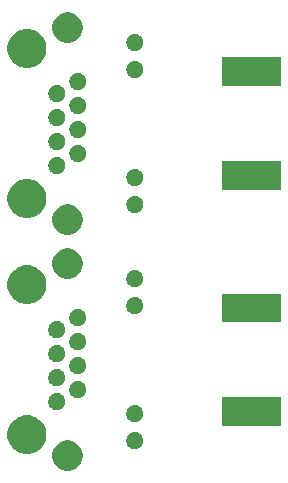
<source format=gbs>
G04 #@! TF.GenerationSoftware,KiCad,Pcbnew,6.0.0-rc1-unknown-106eaaa~84~ubuntu18.04.1*
G04 #@! TF.CreationDate,2018-12-01T20:38:30+00:00*
G04 #@! TF.ProjectId,interposer,696e7465-7270-46f7-9365-722e6b696361,rev?*
G04 #@! TF.SameCoordinates,Original*
G04 #@! TF.FileFunction,Soldermask,Bot*
G04 #@! TF.FilePolarity,Negative*
%FSLAX46Y46*%
G04 Gerber Fmt 4.6, Leading zero omitted, Abs format (unit mm)*
G04 Created by KiCad (PCBNEW 6.0.0-rc1-unknown-106eaaa~84~ubuntu18.04.1) date Sat 01 Dec 2018 20:38:30 GMT*
%MOMM*%
%LPD*%
G01*
G04 APERTURE LIST*
%ADD10C,0.100000*%
G04 APERTURE END LIST*
D10*
G36*
X103805277Y-126887573D02*
X104040045Y-126984817D01*
X104251330Y-127125993D01*
X104431007Y-127305670D01*
X104572183Y-127516955D01*
X104669427Y-127751723D01*
X104719000Y-128000945D01*
X104719000Y-128255055D01*
X104669427Y-128504277D01*
X104572183Y-128739045D01*
X104431007Y-128950330D01*
X104251330Y-129130007D01*
X104040045Y-129271183D01*
X103805277Y-129368427D01*
X103556055Y-129418000D01*
X103301945Y-129418000D01*
X103052723Y-129368427D01*
X102817955Y-129271183D01*
X102606670Y-129130007D01*
X102426993Y-128950330D01*
X102285817Y-128739045D01*
X102188573Y-128504277D01*
X102139000Y-128255055D01*
X102139000Y-128000945D01*
X102188573Y-127751723D01*
X102285817Y-127516955D01*
X102426993Y-127305670D01*
X102606670Y-127125993D01*
X102817955Y-126984817D01*
X103052723Y-126887573D01*
X103301945Y-126838000D01*
X103556055Y-126838000D01*
X103805277Y-126887573D01*
X103805277Y-126887573D01*
G37*
G36*
X100480001Y-124767639D02*
X100480003Y-124767640D01*
X100480004Y-124767640D01*
X100590631Y-124813463D01*
X100779485Y-124891689D01*
X101049012Y-125071781D01*
X101278219Y-125300988D01*
X101458311Y-125570515D01*
X101582361Y-125869999D01*
X101645600Y-126187921D01*
X101645600Y-126512079D01*
X101582361Y-126830001D01*
X101458311Y-127129485D01*
X101278219Y-127399012D01*
X101049012Y-127628219D01*
X100779485Y-127808311D01*
X100590631Y-127886537D01*
X100480004Y-127932360D01*
X100480003Y-127932360D01*
X100480001Y-127932361D01*
X100162079Y-127995600D01*
X99837921Y-127995600D01*
X99519999Y-127932361D01*
X99519997Y-127932360D01*
X99519996Y-127932360D01*
X99409369Y-127886537D01*
X99220515Y-127808311D01*
X98950988Y-127628219D01*
X98721781Y-127399012D01*
X98541689Y-127129485D01*
X98417639Y-126830001D01*
X98354400Y-126512079D01*
X98354400Y-126187921D01*
X98417639Y-125869999D01*
X98541689Y-125570515D01*
X98721781Y-125300988D01*
X98950988Y-125071781D01*
X99220515Y-124891689D01*
X99409369Y-124813463D01*
X99519996Y-124767640D01*
X99519997Y-124767640D01*
X99519999Y-124767639D01*
X99837921Y-124704400D01*
X100162079Y-124704400D01*
X100480001Y-124767639D01*
X100480001Y-124767639D01*
G37*
G36*
X109354015Y-126165668D02*
X109485049Y-126219944D01*
X109602975Y-126298740D01*
X109703260Y-126399025D01*
X109782056Y-126516951D01*
X109836332Y-126647985D01*
X109864000Y-126787085D01*
X109864000Y-126928915D01*
X109836332Y-127068015D01*
X109782056Y-127199049D01*
X109703260Y-127316975D01*
X109602975Y-127417260D01*
X109485049Y-127496056D01*
X109354015Y-127550332D01*
X109214915Y-127578000D01*
X109073085Y-127578000D01*
X108933985Y-127550332D01*
X108802951Y-127496056D01*
X108685025Y-127417260D01*
X108584740Y-127316975D01*
X108505944Y-127199049D01*
X108451668Y-127068015D01*
X108424000Y-126928915D01*
X108424000Y-126787085D01*
X108451668Y-126647985D01*
X108505944Y-126516951D01*
X108584740Y-126399025D01*
X108685025Y-126298740D01*
X108802951Y-126219944D01*
X108933985Y-126165668D01*
X109073085Y-126138000D01*
X109214915Y-126138000D01*
X109354015Y-126165668D01*
X109354015Y-126165668D01*
G37*
G36*
X121520000Y-125595000D02*
X116480000Y-125595000D01*
X116480000Y-123155000D01*
X121520000Y-123155000D01*
X121520000Y-125595000D01*
X121520000Y-125595000D01*
G37*
G36*
X109354015Y-123879668D02*
X109485049Y-123933944D01*
X109602975Y-124012740D01*
X109703260Y-124113025D01*
X109782056Y-124230951D01*
X109836332Y-124361985D01*
X109864000Y-124501085D01*
X109864000Y-124642915D01*
X109836332Y-124782015D01*
X109782056Y-124913049D01*
X109703260Y-125030975D01*
X109602975Y-125131260D01*
X109485049Y-125210056D01*
X109354015Y-125264332D01*
X109214915Y-125292000D01*
X109073085Y-125292000D01*
X108933985Y-125264332D01*
X108802951Y-125210056D01*
X108685025Y-125131260D01*
X108584740Y-125030975D01*
X108505944Y-124913049D01*
X108451668Y-124782015D01*
X108424000Y-124642915D01*
X108424000Y-124501085D01*
X108451668Y-124361985D01*
X108505944Y-124230951D01*
X108584740Y-124113025D01*
X108685025Y-124012740D01*
X108802951Y-123933944D01*
X108933985Y-123879668D01*
X109073085Y-123852000D01*
X109214915Y-123852000D01*
X109354015Y-123879668D01*
X109354015Y-123879668D01*
G37*
G36*
X102750015Y-122863668D02*
X102881049Y-122917944D01*
X102998975Y-122996740D01*
X103099260Y-123097025D01*
X103178056Y-123214951D01*
X103232332Y-123345985D01*
X103260000Y-123485085D01*
X103260000Y-123626915D01*
X103232332Y-123766015D01*
X103178056Y-123897049D01*
X103099260Y-124014975D01*
X102998975Y-124115260D01*
X102881049Y-124194056D01*
X102750015Y-124248332D01*
X102610915Y-124276000D01*
X102469085Y-124276000D01*
X102329985Y-124248332D01*
X102198951Y-124194056D01*
X102081025Y-124115260D01*
X101980740Y-124014975D01*
X101901944Y-123897049D01*
X101847668Y-123766015D01*
X101820000Y-123626915D01*
X101820000Y-123485085D01*
X101847668Y-123345985D01*
X101901944Y-123214951D01*
X101980740Y-123097025D01*
X102081025Y-122996740D01*
X102198951Y-122917944D01*
X102329985Y-122863668D01*
X102469085Y-122836000D01*
X102610915Y-122836000D01*
X102750015Y-122863668D01*
X102750015Y-122863668D01*
G37*
G36*
X104528015Y-121847668D02*
X104659049Y-121901944D01*
X104776975Y-121980740D01*
X104877260Y-122081025D01*
X104956056Y-122198951D01*
X105010332Y-122329985D01*
X105038000Y-122469085D01*
X105038000Y-122610915D01*
X105010332Y-122750015D01*
X104956056Y-122881049D01*
X104877260Y-122998975D01*
X104776975Y-123099260D01*
X104659049Y-123178056D01*
X104528015Y-123232332D01*
X104388915Y-123260000D01*
X104247085Y-123260000D01*
X104107985Y-123232332D01*
X103976951Y-123178056D01*
X103859025Y-123099260D01*
X103758740Y-122998975D01*
X103679944Y-122881049D01*
X103625668Y-122750015D01*
X103598000Y-122610915D01*
X103598000Y-122469085D01*
X103625668Y-122329985D01*
X103679944Y-122198951D01*
X103758740Y-122081025D01*
X103859025Y-121980740D01*
X103976951Y-121901944D01*
X104107985Y-121847668D01*
X104247085Y-121820000D01*
X104388915Y-121820000D01*
X104528015Y-121847668D01*
X104528015Y-121847668D01*
G37*
G36*
X102750015Y-120831668D02*
X102881049Y-120885944D01*
X102998975Y-120964740D01*
X103099260Y-121065025D01*
X103178056Y-121182951D01*
X103232332Y-121313985D01*
X103260000Y-121453085D01*
X103260000Y-121594915D01*
X103232332Y-121734015D01*
X103178056Y-121865049D01*
X103099260Y-121982975D01*
X102998975Y-122083260D01*
X102881049Y-122162056D01*
X102750015Y-122216332D01*
X102610915Y-122244000D01*
X102469085Y-122244000D01*
X102329985Y-122216332D01*
X102198951Y-122162056D01*
X102081025Y-122083260D01*
X101980740Y-121982975D01*
X101901944Y-121865049D01*
X101847668Y-121734015D01*
X101820000Y-121594915D01*
X101820000Y-121453085D01*
X101847668Y-121313985D01*
X101901944Y-121182951D01*
X101980740Y-121065025D01*
X102081025Y-120964740D01*
X102198951Y-120885944D01*
X102329985Y-120831668D01*
X102469085Y-120804000D01*
X102610915Y-120804000D01*
X102750015Y-120831668D01*
X102750015Y-120831668D01*
G37*
G36*
X104528015Y-119815668D02*
X104659049Y-119869944D01*
X104776975Y-119948740D01*
X104877260Y-120049025D01*
X104956056Y-120166951D01*
X105010332Y-120297985D01*
X105038000Y-120437085D01*
X105038000Y-120578915D01*
X105010332Y-120718015D01*
X104956056Y-120849049D01*
X104877260Y-120966975D01*
X104776975Y-121067260D01*
X104659049Y-121146056D01*
X104528015Y-121200332D01*
X104388915Y-121228000D01*
X104247085Y-121228000D01*
X104107985Y-121200332D01*
X103976951Y-121146056D01*
X103859025Y-121067260D01*
X103758740Y-120966975D01*
X103679944Y-120849049D01*
X103625668Y-120718015D01*
X103598000Y-120578915D01*
X103598000Y-120437085D01*
X103625668Y-120297985D01*
X103679944Y-120166951D01*
X103758740Y-120049025D01*
X103859025Y-119948740D01*
X103976951Y-119869944D01*
X104107985Y-119815668D01*
X104247085Y-119788000D01*
X104388915Y-119788000D01*
X104528015Y-119815668D01*
X104528015Y-119815668D01*
G37*
G36*
X102750015Y-118799668D02*
X102881049Y-118853944D01*
X102998975Y-118932740D01*
X103099260Y-119033025D01*
X103178056Y-119150951D01*
X103232332Y-119281985D01*
X103260000Y-119421085D01*
X103260000Y-119562915D01*
X103232332Y-119702015D01*
X103178056Y-119833049D01*
X103099260Y-119950975D01*
X102998975Y-120051260D01*
X102881049Y-120130056D01*
X102750015Y-120184332D01*
X102610915Y-120212000D01*
X102469085Y-120212000D01*
X102329985Y-120184332D01*
X102198951Y-120130056D01*
X102081025Y-120051260D01*
X101980740Y-119950975D01*
X101901944Y-119833049D01*
X101847668Y-119702015D01*
X101820000Y-119562915D01*
X101820000Y-119421085D01*
X101847668Y-119281985D01*
X101901944Y-119150951D01*
X101980740Y-119033025D01*
X102081025Y-118932740D01*
X102198951Y-118853944D01*
X102329985Y-118799668D01*
X102469085Y-118772000D01*
X102610915Y-118772000D01*
X102750015Y-118799668D01*
X102750015Y-118799668D01*
G37*
G36*
X104528015Y-117783668D02*
X104659049Y-117837944D01*
X104776975Y-117916740D01*
X104877260Y-118017025D01*
X104956056Y-118134951D01*
X105010332Y-118265985D01*
X105038000Y-118405085D01*
X105038000Y-118546915D01*
X105010332Y-118686015D01*
X104956056Y-118817049D01*
X104877260Y-118934975D01*
X104776975Y-119035260D01*
X104659049Y-119114056D01*
X104528015Y-119168332D01*
X104388915Y-119196000D01*
X104247085Y-119196000D01*
X104107985Y-119168332D01*
X103976951Y-119114056D01*
X103859025Y-119035260D01*
X103758740Y-118934975D01*
X103679944Y-118817049D01*
X103625668Y-118686015D01*
X103598000Y-118546915D01*
X103598000Y-118405085D01*
X103625668Y-118265985D01*
X103679944Y-118134951D01*
X103758740Y-118017025D01*
X103859025Y-117916740D01*
X103976951Y-117837944D01*
X104107985Y-117783668D01*
X104247085Y-117756000D01*
X104388915Y-117756000D01*
X104528015Y-117783668D01*
X104528015Y-117783668D01*
G37*
G36*
X102750015Y-116767668D02*
X102881049Y-116821944D01*
X102998975Y-116900740D01*
X103099260Y-117001025D01*
X103178056Y-117118951D01*
X103232332Y-117249985D01*
X103260000Y-117389085D01*
X103260000Y-117530915D01*
X103232332Y-117670015D01*
X103178056Y-117801049D01*
X103099260Y-117918975D01*
X102998975Y-118019260D01*
X102881049Y-118098056D01*
X102750015Y-118152332D01*
X102610915Y-118180000D01*
X102469085Y-118180000D01*
X102329985Y-118152332D01*
X102198951Y-118098056D01*
X102081025Y-118019260D01*
X101980740Y-117918975D01*
X101901944Y-117801049D01*
X101847668Y-117670015D01*
X101820000Y-117530915D01*
X101820000Y-117389085D01*
X101847668Y-117249985D01*
X101901944Y-117118951D01*
X101980740Y-117001025D01*
X102081025Y-116900740D01*
X102198951Y-116821944D01*
X102329985Y-116767668D01*
X102469085Y-116740000D01*
X102610915Y-116740000D01*
X102750015Y-116767668D01*
X102750015Y-116767668D01*
G37*
G36*
X104528015Y-115751668D02*
X104659049Y-115805944D01*
X104776975Y-115884740D01*
X104877260Y-115985025D01*
X104956056Y-116102951D01*
X105010332Y-116233985D01*
X105038000Y-116373085D01*
X105038000Y-116514915D01*
X105010332Y-116654015D01*
X104956056Y-116785049D01*
X104877260Y-116902975D01*
X104776975Y-117003260D01*
X104659049Y-117082056D01*
X104528015Y-117136332D01*
X104388915Y-117164000D01*
X104247085Y-117164000D01*
X104107985Y-117136332D01*
X103976951Y-117082056D01*
X103859025Y-117003260D01*
X103758740Y-116902975D01*
X103679944Y-116785049D01*
X103625668Y-116654015D01*
X103598000Y-116514915D01*
X103598000Y-116373085D01*
X103625668Y-116233985D01*
X103679944Y-116102951D01*
X103758740Y-115985025D01*
X103859025Y-115884740D01*
X103976951Y-115805944D01*
X104107985Y-115751668D01*
X104247085Y-115724000D01*
X104388915Y-115724000D01*
X104528015Y-115751668D01*
X104528015Y-115751668D01*
G37*
G36*
X121520000Y-116845000D02*
X116480000Y-116845000D01*
X116480000Y-114405000D01*
X121520000Y-114405000D01*
X121520000Y-116845000D01*
X121520000Y-116845000D01*
G37*
G36*
X109354015Y-114735668D02*
X109485049Y-114789944D01*
X109602975Y-114868740D01*
X109703260Y-114969025D01*
X109782056Y-115086951D01*
X109836332Y-115217985D01*
X109864000Y-115357085D01*
X109864000Y-115498915D01*
X109836332Y-115638015D01*
X109782056Y-115769049D01*
X109703260Y-115886975D01*
X109602975Y-115987260D01*
X109485049Y-116066056D01*
X109354015Y-116120332D01*
X109214915Y-116148000D01*
X109073085Y-116148000D01*
X108933985Y-116120332D01*
X108802951Y-116066056D01*
X108685025Y-115987260D01*
X108584740Y-115886975D01*
X108505944Y-115769049D01*
X108451668Y-115638015D01*
X108424000Y-115498915D01*
X108424000Y-115357085D01*
X108451668Y-115217985D01*
X108505944Y-115086951D01*
X108584740Y-114969025D01*
X108685025Y-114868740D01*
X108802951Y-114789944D01*
X108933985Y-114735668D01*
X109073085Y-114708000D01*
X109214915Y-114708000D01*
X109354015Y-114735668D01*
X109354015Y-114735668D01*
G37*
G36*
X100480001Y-112067639D02*
X100480003Y-112067640D01*
X100480004Y-112067640D01*
X100590631Y-112113463D01*
X100779485Y-112191689D01*
X101049012Y-112371781D01*
X101278219Y-112600988D01*
X101458311Y-112870515D01*
X101582361Y-113169999D01*
X101645600Y-113487921D01*
X101645600Y-113812079D01*
X101582361Y-114130001D01*
X101458311Y-114429485D01*
X101278219Y-114699012D01*
X101049012Y-114928219D01*
X100779485Y-115108311D01*
X100590631Y-115186537D01*
X100480004Y-115232360D01*
X100480003Y-115232360D01*
X100480001Y-115232361D01*
X100162079Y-115295600D01*
X99837921Y-115295600D01*
X99519999Y-115232361D01*
X99519997Y-115232360D01*
X99519996Y-115232360D01*
X99409369Y-115186537D01*
X99220515Y-115108311D01*
X98950988Y-114928219D01*
X98721781Y-114699012D01*
X98541689Y-114429485D01*
X98417639Y-114130001D01*
X98354400Y-113812079D01*
X98354400Y-113487921D01*
X98417639Y-113169999D01*
X98541689Y-112870515D01*
X98721781Y-112600988D01*
X98950988Y-112371781D01*
X99220515Y-112191689D01*
X99409369Y-112113463D01*
X99519996Y-112067640D01*
X99519997Y-112067640D01*
X99519999Y-112067639D01*
X99837921Y-112004400D01*
X100162079Y-112004400D01*
X100480001Y-112067639D01*
X100480001Y-112067639D01*
G37*
G36*
X109354015Y-112449668D02*
X109485049Y-112503944D01*
X109602975Y-112582740D01*
X109703260Y-112683025D01*
X109782056Y-112800951D01*
X109836332Y-112931985D01*
X109864000Y-113071085D01*
X109864000Y-113212915D01*
X109836332Y-113352015D01*
X109782056Y-113483049D01*
X109703260Y-113600975D01*
X109602975Y-113701260D01*
X109485049Y-113780056D01*
X109354015Y-113834332D01*
X109214915Y-113862000D01*
X109073085Y-113862000D01*
X108933985Y-113834332D01*
X108802951Y-113780056D01*
X108685025Y-113701260D01*
X108584740Y-113600975D01*
X108505944Y-113483049D01*
X108451668Y-113352015D01*
X108424000Y-113212915D01*
X108424000Y-113071085D01*
X108451668Y-112931985D01*
X108505944Y-112800951D01*
X108584740Y-112683025D01*
X108685025Y-112582740D01*
X108802951Y-112503944D01*
X108933985Y-112449668D01*
X109073085Y-112422000D01*
X109214915Y-112422000D01*
X109354015Y-112449668D01*
X109354015Y-112449668D01*
G37*
G36*
X103805277Y-110631573D02*
X104040045Y-110728817D01*
X104251330Y-110869993D01*
X104431007Y-111049670D01*
X104572183Y-111260955D01*
X104669427Y-111495723D01*
X104719000Y-111744945D01*
X104719000Y-111999055D01*
X104669427Y-112248277D01*
X104572183Y-112483045D01*
X104431007Y-112694330D01*
X104251330Y-112874007D01*
X104040045Y-113015183D01*
X103805277Y-113112427D01*
X103556055Y-113162000D01*
X103301945Y-113162000D01*
X103052723Y-113112427D01*
X102817955Y-113015183D01*
X102606670Y-112874007D01*
X102426993Y-112694330D01*
X102285817Y-112483045D01*
X102188573Y-112248277D01*
X102139000Y-111999055D01*
X102139000Y-111744945D01*
X102188573Y-111495723D01*
X102285817Y-111260955D01*
X102426993Y-111049670D01*
X102606670Y-110869993D01*
X102817955Y-110728817D01*
X103052723Y-110631573D01*
X103301945Y-110582000D01*
X103556055Y-110582000D01*
X103805277Y-110631573D01*
X103805277Y-110631573D01*
G37*
G36*
X103805277Y-106887573D02*
X104040045Y-106984817D01*
X104251330Y-107125993D01*
X104431007Y-107305670D01*
X104572183Y-107516955D01*
X104669427Y-107751723D01*
X104719000Y-108000945D01*
X104719000Y-108255055D01*
X104669427Y-108504277D01*
X104572183Y-108739045D01*
X104431007Y-108950330D01*
X104251330Y-109130007D01*
X104040045Y-109271183D01*
X103805277Y-109368427D01*
X103556055Y-109418000D01*
X103301945Y-109418000D01*
X103052723Y-109368427D01*
X102817955Y-109271183D01*
X102606670Y-109130007D01*
X102426993Y-108950330D01*
X102285817Y-108739045D01*
X102188573Y-108504277D01*
X102139000Y-108255055D01*
X102139000Y-108000945D01*
X102188573Y-107751723D01*
X102285817Y-107516955D01*
X102426993Y-107305670D01*
X102606670Y-107125993D01*
X102817955Y-106984817D01*
X103052723Y-106887573D01*
X103301945Y-106838000D01*
X103556055Y-106838000D01*
X103805277Y-106887573D01*
X103805277Y-106887573D01*
G37*
G36*
X100480001Y-104767639D02*
X100480003Y-104767640D01*
X100480004Y-104767640D01*
X100590631Y-104813463D01*
X100779485Y-104891689D01*
X101049012Y-105071781D01*
X101278219Y-105300988D01*
X101458311Y-105570515D01*
X101582361Y-105869999D01*
X101645600Y-106187921D01*
X101645600Y-106512079D01*
X101582361Y-106830001D01*
X101458311Y-107129485D01*
X101278219Y-107399012D01*
X101049012Y-107628219D01*
X100779485Y-107808311D01*
X100590631Y-107886537D01*
X100480004Y-107932360D01*
X100480003Y-107932360D01*
X100480001Y-107932361D01*
X100162079Y-107995600D01*
X99837921Y-107995600D01*
X99519999Y-107932361D01*
X99519997Y-107932360D01*
X99519996Y-107932360D01*
X99409369Y-107886537D01*
X99220515Y-107808311D01*
X98950988Y-107628219D01*
X98721781Y-107399012D01*
X98541689Y-107129485D01*
X98417639Y-106830001D01*
X98354400Y-106512079D01*
X98354400Y-106187921D01*
X98417639Y-105869999D01*
X98541689Y-105570515D01*
X98721781Y-105300988D01*
X98950988Y-105071781D01*
X99220515Y-104891689D01*
X99409369Y-104813463D01*
X99519996Y-104767640D01*
X99519997Y-104767640D01*
X99519999Y-104767639D01*
X99837921Y-104704400D01*
X100162079Y-104704400D01*
X100480001Y-104767639D01*
X100480001Y-104767639D01*
G37*
G36*
X109354015Y-106165668D02*
X109485049Y-106219944D01*
X109602975Y-106298740D01*
X109703260Y-106399025D01*
X109782056Y-106516951D01*
X109836332Y-106647985D01*
X109864000Y-106787085D01*
X109864000Y-106928915D01*
X109836332Y-107068015D01*
X109782056Y-107199049D01*
X109703260Y-107316975D01*
X109602975Y-107417260D01*
X109485049Y-107496056D01*
X109354015Y-107550332D01*
X109214915Y-107578000D01*
X109073085Y-107578000D01*
X108933985Y-107550332D01*
X108802951Y-107496056D01*
X108685025Y-107417260D01*
X108584740Y-107316975D01*
X108505944Y-107199049D01*
X108451668Y-107068015D01*
X108424000Y-106928915D01*
X108424000Y-106787085D01*
X108451668Y-106647985D01*
X108505944Y-106516951D01*
X108584740Y-106399025D01*
X108685025Y-106298740D01*
X108802951Y-106219944D01*
X108933985Y-106165668D01*
X109073085Y-106138000D01*
X109214915Y-106138000D01*
X109354015Y-106165668D01*
X109354015Y-106165668D01*
G37*
G36*
X121520000Y-105595000D02*
X116480000Y-105595000D01*
X116480000Y-103155000D01*
X121520000Y-103155000D01*
X121520000Y-105595000D01*
X121520000Y-105595000D01*
G37*
G36*
X109354015Y-103879668D02*
X109485049Y-103933944D01*
X109602975Y-104012740D01*
X109703260Y-104113025D01*
X109782056Y-104230951D01*
X109836332Y-104361985D01*
X109864000Y-104501085D01*
X109864000Y-104642915D01*
X109836332Y-104782015D01*
X109782056Y-104913049D01*
X109703260Y-105030975D01*
X109602975Y-105131260D01*
X109485049Y-105210056D01*
X109354015Y-105264332D01*
X109214915Y-105292000D01*
X109073085Y-105292000D01*
X108933985Y-105264332D01*
X108802951Y-105210056D01*
X108685025Y-105131260D01*
X108584740Y-105030975D01*
X108505944Y-104913049D01*
X108451668Y-104782015D01*
X108424000Y-104642915D01*
X108424000Y-104501085D01*
X108451668Y-104361985D01*
X108505944Y-104230951D01*
X108584740Y-104113025D01*
X108685025Y-104012740D01*
X108802951Y-103933944D01*
X108933985Y-103879668D01*
X109073085Y-103852000D01*
X109214915Y-103852000D01*
X109354015Y-103879668D01*
X109354015Y-103879668D01*
G37*
G36*
X102750015Y-102863668D02*
X102881049Y-102917944D01*
X102998975Y-102996740D01*
X103099260Y-103097025D01*
X103178056Y-103214951D01*
X103232332Y-103345985D01*
X103260000Y-103485085D01*
X103260000Y-103626915D01*
X103232332Y-103766015D01*
X103178056Y-103897049D01*
X103099260Y-104014975D01*
X102998975Y-104115260D01*
X102881049Y-104194056D01*
X102750015Y-104248332D01*
X102610915Y-104276000D01*
X102469085Y-104276000D01*
X102329985Y-104248332D01*
X102198951Y-104194056D01*
X102081025Y-104115260D01*
X101980740Y-104014975D01*
X101901944Y-103897049D01*
X101847668Y-103766015D01*
X101820000Y-103626915D01*
X101820000Y-103485085D01*
X101847668Y-103345985D01*
X101901944Y-103214951D01*
X101980740Y-103097025D01*
X102081025Y-102996740D01*
X102198951Y-102917944D01*
X102329985Y-102863668D01*
X102469085Y-102836000D01*
X102610915Y-102836000D01*
X102750015Y-102863668D01*
X102750015Y-102863668D01*
G37*
G36*
X104528015Y-101847668D02*
X104659049Y-101901944D01*
X104776975Y-101980740D01*
X104877260Y-102081025D01*
X104956056Y-102198951D01*
X105010332Y-102329985D01*
X105038000Y-102469085D01*
X105038000Y-102610915D01*
X105010332Y-102750015D01*
X104956056Y-102881049D01*
X104877260Y-102998975D01*
X104776975Y-103099260D01*
X104659049Y-103178056D01*
X104528015Y-103232332D01*
X104388915Y-103260000D01*
X104247085Y-103260000D01*
X104107985Y-103232332D01*
X103976951Y-103178056D01*
X103859025Y-103099260D01*
X103758740Y-102998975D01*
X103679944Y-102881049D01*
X103625668Y-102750015D01*
X103598000Y-102610915D01*
X103598000Y-102469085D01*
X103625668Y-102329985D01*
X103679944Y-102198951D01*
X103758740Y-102081025D01*
X103859025Y-101980740D01*
X103976951Y-101901944D01*
X104107985Y-101847668D01*
X104247085Y-101820000D01*
X104388915Y-101820000D01*
X104528015Y-101847668D01*
X104528015Y-101847668D01*
G37*
G36*
X102750015Y-100831668D02*
X102881049Y-100885944D01*
X102998975Y-100964740D01*
X103099260Y-101065025D01*
X103178056Y-101182951D01*
X103232332Y-101313985D01*
X103260000Y-101453085D01*
X103260000Y-101594915D01*
X103232332Y-101734015D01*
X103178056Y-101865049D01*
X103099260Y-101982975D01*
X102998975Y-102083260D01*
X102881049Y-102162056D01*
X102750015Y-102216332D01*
X102610915Y-102244000D01*
X102469085Y-102244000D01*
X102329985Y-102216332D01*
X102198951Y-102162056D01*
X102081025Y-102083260D01*
X101980740Y-101982975D01*
X101901944Y-101865049D01*
X101847668Y-101734015D01*
X101820000Y-101594915D01*
X101820000Y-101453085D01*
X101847668Y-101313985D01*
X101901944Y-101182951D01*
X101980740Y-101065025D01*
X102081025Y-100964740D01*
X102198951Y-100885944D01*
X102329985Y-100831668D01*
X102469085Y-100804000D01*
X102610915Y-100804000D01*
X102750015Y-100831668D01*
X102750015Y-100831668D01*
G37*
G36*
X104528015Y-99815668D02*
X104659049Y-99869944D01*
X104776975Y-99948740D01*
X104877260Y-100049025D01*
X104956056Y-100166951D01*
X105010332Y-100297985D01*
X105038000Y-100437085D01*
X105038000Y-100578915D01*
X105010332Y-100718015D01*
X104956056Y-100849049D01*
X104877260Y-100966975D01*
X104776975Y-101067260D01*
X104659049Y-101146056D01*
X104528015Y-101200332D01*
X104388915Y-101228000D01*
X104247085Y-101228000D01*
X104107985Y-101200332D01*
X103976951Y-101146056D01*
X103859025Y-101067260D01*
X103758740Y-100966975D01*
X103679944Y-100849049D01*
X103625668Y-100718015D01*
X103598000Y-100578915D01*
X103598000Y-100437085D01*
X103625668Y-100297985D01*
X103679944Y-100166951D01*
X103758740Y-100049025D01*
X103859025Y-99948740D01*
X103976951Y-99869944D01*
X104107985Y-99815668D01*
X104247085Y-99788000D01*
X104388915Y-99788000D01*
X104528015Y-99815668D01*
X104528015Y-99815668D01*
G37*
G36*
X102750015Y-98799668D02*
X102881049Y-98853944D01*
X102998975Y-98932740D01*
X103099260Y-99033025D01*
X103178056Y-99150951D01*
X103232332Y-99281985D01*
X103260000Y-99421085D01*
X103260000Y-99562915D01*
X103232332Y-99702015D01*
X103178056Y-99833049D01*
X103099260Y-99950975D01*
X102998975Y-100051260D01*
X102881049Y-100130056D01*
X102750015Y-100184332D01*
X102610915Y-100212000D01*
X102469085Y-100212000D01*
X102329985Y-100184332D01*
X102198951Y-100130056D01*
X102081025Y-100051260D01*
X101980740Y-99950975D01*
X101901944Y-99833049D01*
X101847668Y-99702015D01*
X101820000Y-99562915D01*
X101820000Y-99421085D01*
X101847668Y-99281985D01*
X101901944Y-99150951D01*
X101980740Y-99033025D01*
X102081025Y-98932740D01*
X102198951Y-98853944D01*
X102329985Y-98799668D01*
X102469085Y-98772000D01*
X102610915Y-98772000D01*
X102750015Y-98799668D01*
X102750015Y-98799668D01*
G37*
G36*
X104528015Y-97783668D02*
X104659049Y-97837944D01*
X104776975Y-97916740D01*
X104877260Y-98017025D01*
X104956056Y-98134951D01*
X105010332Y-98265985D01*
X105038000Y-98405085D01*
X105038000Y-98546915D01*
X105010332Y-98686015D01*
X104956056Y-98817049D01*
X104877260Y-98934975D01*
X104776975Y-99035260D01*
X104659049Y-99114056D01*
X104528015Y-99168332D01*
X104388915Y-99196000D01*
X104247085Y-99196000D01*
X104107985Y-99168332D01*
X103976951Y-99114056D01*
X103859025Y-99035260D01*
X103758740Y-98934975D01*
X103679944Y-98817049D01*
X103625668Y-98686015D01*
X103598000Y-98546915D01*
X103598000Y-98405085D01*
X103625668Y-98265985D01*
X103679944Y-98134951D01*
X103758740Y-98017025D01*
X103859025Y-97916740D01*
X103976951Y-97837944D01*
X104107985Y-97783668D01*
X104247085Y-97756000D01*
X104388915Y-97756000D01*
X104528015Y-97783668D01*
X104528015Y-97783668D01*
G37*
G36*
X102750015Y-96767668D02*
X102881049Y-96821944D01*
X102998975Y-96900740D01*
X103099260Y-97001025D01*
X103178056Y-97118951D01*
X103232332Y-97249985D01*
X103260000Y-97389085D01*
X103260000Y-97530915D01*
X103232332Y-97670015D01*
X103178056Y-97801049D01*
X103099260Y-97918975D01*
X102998975Y-98019260D01*
X102881049Y-98098056D01*
X102750015Y-98152332D01*
X102610915Y-98180000D01*
X102469085Y-98180000D01*
X102329985Y-98152332D01*
X102198951Y-98098056D01*
X102081025Y-98019260D01*
X101980740Y-97918975D01*
X101901944Y-97801049D01*
X101847668Y-97670015D01*
X101820000Y-97530915D01*
X101820000Y-97389085D01*
X101847668Y-97249985D01*
X101901944Y-97118951D01*
X101980740Y-97001025D01*
X102081025Y-96900740D01*
X102198951Y-96821944D01*
X102329985Y-96767668D01*
X102469085Y-96740000D01*
X102610915Y-96740000D01*
X102750015Y-96767668D01*
X102750015Y-96767668D01*
G37*
G36*
X104528015Y-95751668D02*
X104659049Y-95805944D01*
X104776975Y-95884740D01*
X104877260Y-95985025D01*
X104956056Y-96102951D01*
X105010332Y-96233985D01*
X105038000Y-96373085D01*
X105038000Y-96514915D01*
X105010332Y-96654015D01*
X104956056Y-96785049D01*
X104877260Y-96902975D01*
X104776975Y-97003260D01*
X104659049Y-97082056D01*
X104528015Y-97136332D01*
X104388915Y-97164000D01*
X104247085Y-97164000D01*
X104107985Y-97136332D01*
X103976951Y-97082056D01*
X103859025Y-97003260D01*
X103758740Y-96902975D01*
X103679944Y-96785049D01*
X103625668Y-96654015D01*
X103598000Y-96514915D01*
X103598000Y-96373085D01*
X103625668Y-96233985D01*
X103679944Y-96102951D01*
X103758740Y-95985025D01*
X103859025Y-95884740D01*
X103976951Y-95805944D01*
X104107985Y-95751668D01*
X104247085Y-95724000D01*
X104388915Y-95724000D01*
X104528015Y-95751668D01*
X104528015Y-95751668D01*
G37*
G36*
X121520000Y-96845000D02*
X116480000Y-96845000D01*
X116480000Y-94405000D01*
X121520000Y-94405000D01*
X121520000Y-96845000D01*
X121520000Y-96845000D01*
G37*
G36*
X109354015Y-94735668D02*
X109485049Y-94789944D01*
X109602975Y-94868740D01*
X109703260Y-94969025D01*
X109782056Y-95086951D01*
X109836332Y-95217985D01*
X109864000Y-95357085D01*
X109864000Y-95498915D01*
X109836332Y-95638015D01*
X109782056Y-95769049D01*
X109703260Y-95886975D01*
X109602975Y-95987260D01*
X109485049Y-96066056D01*
X109354015Y-96120332D01*
X109214915Y-96148000D01*
X109073085Y-96148000D01*
X108933985Y-96120332D01*
X108802951Y-96066056D01*
X108685025Y-95987260D01*
X108584740Y-95886975D01*
X108505944Y-95769049D01*
X108451668Y-95638015D01*
X108424000Y-95498915D01*
X108424000Y-95357085D01*
X108451668Y-95217985D01*
X108505944Y-95086951D01*
X108584740Y-94969025D01*
X108685025Y-94868740D01*
X108802951Y-94789944D01*
X108933985Y-94735668D01*
X109073085Y-94708000D01*
X109214915Y-94708000D01*
X109354015Y-94735668D01*
X109354015Y-94735668D01*
G37*
G36*
X100480001Y-92067639D02*
X100480003Y-92067640D01*
X100480004Y-92067640D01*
X100590631Y-92113463D01*
X100779485Y-92191689D01*
X101049012Y-92371781D01*
X101278219Y-92600988D01*
X101458311Y-92870515D01*
X101582361Y-93169999D01*
X101645600Y-93487921D01*
X101645600Y-93812079D01*
X101582361Y-94130001D01*
X101458311Y-94429485D01*
X101278219Y-94699012D01*
X101049012Y-94928219D01*
X100779485Y-95108311D01*
X100590631Y-95186537D01*
X100480004Y-95232360D01*
X100480003Y-95232360D01*
X100480001Y-95232361D01*
X100162079Y-95295600D01*
X99837921Y-95295600D01*
X99519999Y-95232361D01*
X99519997Y-95232360D01*
X99519996Y-95232360D01*
X99409369Y-95186537D01*
X99220515Y-95108311D01*
X98950988Y-94928219D01*
X98721781Y-94699012D01*
X98541689Y-94429485D01*
X98417639Y-94130001D01*
X98354400Y-93812079D01*
X98354400Y-93487921D01*
X98417639Y-93169999D01*
X98541689Y-92870515D01*
X98721781Y-92600988D01*
X98950988Y-92371781D01*
X99220515Y-92191689D01*
X99409369Y-92113463D01*
X99519996Y-92067640D01*
X99519997Y-92067640D01*
X99519999Y-92067639D01*
X99837921Y-92004400D01*
X100162079Y-92004400D01*
X100480001Y-92067639D01*
X100480001Y-92067639D01*
G37*
G36*
X109354015Y-92449668D02*
X109485049Y-92503944D01*
X109602975Y-92582740D01*
X109703260Y-92683025D01*
X109782056Y-92800951D01*
X109836332Y-92931985D01*
X109864000Y-93071085D01*
X109864000Y-93212915D01*
X109836332Y-93352015D01*
X109782056Y-93483049D01*
X109703260Y-93600975D01*
X109602975Y-93701260D01*
X109485049Y-93780056D01*
X109354015Y-93834332D01*
X109214915Y-93862000D01*
X109073085Y-93862000D01*
X108933985Y-93834332D01*
X108802951Y-93780056D01*
X108685025Y-93701260D01*
X108584740Y-93600975D01*
X108505944Y-93483049D01*
X108451668Y-93352015D01*
X108424000Y-93212915D01*
X108424000Y-93071085D01*
X108451668Y-92931985D01*
X108505944Y-92800951D01*
X108584740Y-92683025D01*
X108685025Y-92582740D01*
X108802951Y-92503944D01*
X108933985Y-92449668D01*
X109073085Y-92422000D01*
X109214915Y-92422000D01*
X109354015Y-92449668D01*
X109354015Y-92449668D01*
G37*
G36*
X103805277Y-90631573D02*
X104040045Y-90728817D01*
X104251330Y-90869993D01*
X104431007Y-91049670D01*
X104572183Y-91260955D01*
X104669427Y-91495723D01*
X104719000Y-91744945D01*
X104719000Y-91999055D01*
X104669427Y-92248277D01*
X104572183Y-92483045D01*
X104431007Y-92694330D01*
X104251330Y-92874007D01*
X104040045Y-93015183D01*
X103805277Y-93112427D01*
X103556055Y-93162000D01*
X103301945Y-93162000D01*
X103052723Y-93112427D01*
X102817955Y-93015183D01*
X102606670Y-92874007D01*
X102426993Y-92694330D01*
X102285817Y-92483045D01*
X102188573Y-92248277D01*
X102139000Y-91999055D01*
X102139000Y-91744945D01*
X102188573Y-91495723D01*
X102285817Y-91260955D01*
X102426993Y-91049670D01*
X102606670Y-90869993D01*
X102817955Y-90728817D01*
X103052723Y-90631573D01*
X103301945Y-90582000D01*
X103556055Y-90582000D01*
X103805277Y-90631573D01*
X103805277Y-90631573D01*
G37*
M02*

</source>
